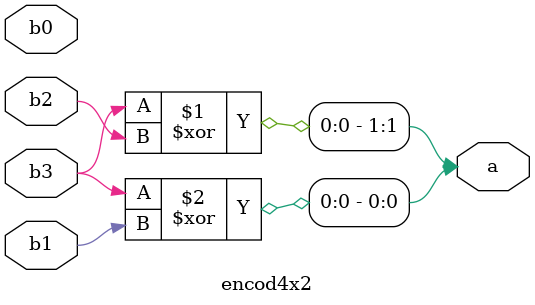
<source format=v>
module encod4x2(b3,b2,b1,b0,a);

    input  b3,b2,b1,b0;
    output [1:0]a;

assign a[1] = b3 ^ b2;
assign a[0] = b3 ^ b1;

endmodule






</source>
